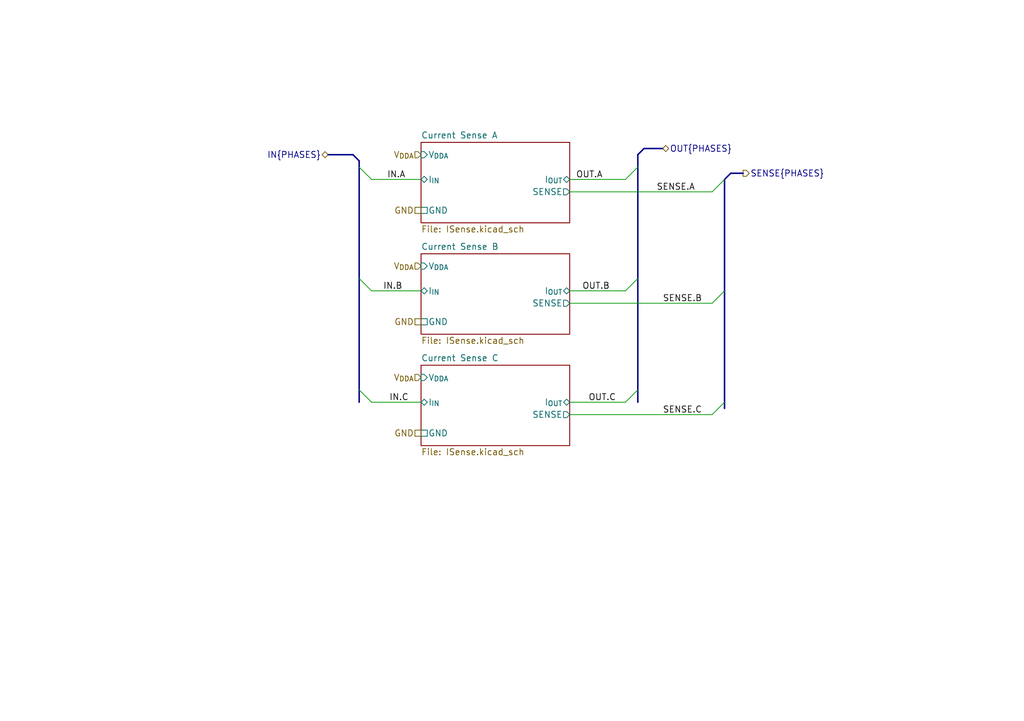
<source format=kicad_sch>
(kicad_sch
	(version 20231120)
	(generator "eeschema")
	(generator_version "8.0")
	(uuid "ecd483e2-aa75-417f-af6d-954c59ff5bc0")
	(paper "A5")
	(title_block
		(title "Phase Current Sensors")
		(date "2024-05-19")
		(rev "1")
		(company "Crab Labs")
		(comment 1 "Author: Orion Serup")
		(comment 2 "License: CERN-OHL-W-2.0")
	)
	(lib_symbols)
	(bus_entry
		(at 130.81 80.01)
		(size -2.54 2.54)
		(stroke
			(width 0)
			(type default)
		)
		(uuid "17d7373e-d390-47b7-8745-5647169ad71d")
	)
	(bus_entry
		(at 146.05 85.09)
		(size 2.54 -2.54)
		(stroke
			(width 0)
			(type default)
		)
		(uuid "23ff645d-97a7-451b-8d20-282adb792e71")
	)
	(bus_entry
		(at 148.59 36.83)
		(size -2.54 2.54)
		(stroke
			(width 0)
			(type default)
		)
		(uuid "296f538d-d268-4e21-90b3-e477d7ef9ecb")
	)
	(bus_entry
		(at 130.81 57.15)
		(size -2.54 2.54)
		(stroke
			(width 0)
			(type default)
		)
		(uuid "3a445063-5dfa-42cc-9e4c-dd3dd486ad81")
	)
	(bus_entry
		(at 146.05 62.23)
		(size 2.54 -2.54)
		(stroke
			(width 0)
			(type default)
		)
		(uuid "48eb9975-afb1-47d2-839b-31cff4bf3064")
	)
	(bus_entry
		(at 73.66 80.01)
		(size 2.54 2.54)
		(stroke
			(width 0)
			(type default)
		)
		(uuid "98d86763-47f3-4ee0-b4a2-8487668cadab")
	)
	(bus_entry
		(at 130.81 34.29)
		(size -2.54 2.54)
		(stroke
			(width 0)
			(type default)
		)
		(uuid "a72bba20-7229-40bd-9225-cefa693be019")
	)
	(bus_entry
		(at 73.66 34.29)
		(size 2.54 2.54)
		(stroke
			(width 0)
			(type default)
		)
		(uuid "c53beae3-ac92-4a42-92d8-8b7f3ca65d30")
	)
	(bus_entry
		(at 73.66 57.15)
		(size 2.54 2.54)
		(stroke
			(width 0)
			(type default)
		)
		(uuid "eac6a509-c3b3-49b8-a016-bbc2ec13d57e")
	)
	(bus
		(pts
			(xy 152.4 35.56) (xy 149.86 35.56)
		)
		(stroke
			(width 0)
			(type default)
		)
		(uuid "037ccbae-431a-4bdb-b5ce-b22a6b8fc18a")
	)
	(wire
		(pts
			(xy 76.2 82.55) (xy 86.36 82.55)
		)
		(stroke
			(width 0)
			(type default)
		)
		(uuid "08c169a5-afce-4903-980c-e407ccb35bdf")
	)
	(bus
		(pts
			(xy 148.59 82.55) (xy 148.59 83.82)
		)
		(stroke
			(width 0)
			(type default)
		)
		(uuid "09345ab3-dc74-4b07-bb50-eba15d6ac816")
	)
	(bus
		(pts
			(xy 132.08 30.48) (xy 130.81 31.75)
		)
		(stroke
			(width 0)
			(type default)
		)
		(uuid "1a6585db-0863-471c-849f-005884129d05")
	)
	(bus
		(pts
			(xy 130.81 34.29) (xy 130.81 57.15)
		)
		(stroke
			(width 0)
			(type default)
		)
		(uuid "3dab855a-d772-452a-a446-daf276052d88")
	)
	(bus
		(pts
			(xy 135.89 30.48) (xy 132.08 30.48)
		)
		(stroke
			(width 0)
			(type default)
		)
		(uuid "599e6f68-2da8-4afc-a163-7be8aa858e01")
	)
	(bus
		(pts
			(xy 149.86 35.56) (xy 148.59 36.83)
		)
		(stroke
			(width 0)
			(type default)
		)
		(uuid "6bcd47fc-cc96-4614-adff-71a093d1cfed")
	)
	(bus
		(pts
			(xy 73.66 33.02) (xy 73.66 34.29)
		)
		(stroke
			(width 0)
			(type default)
		)
		(uuid "74e3a895-6d51-4479-8212-44235d4e298c")
	)
	(wire
		(pts
			(xy 116.84 85.09) (xy 146.05 85.09)
		)
		(stroke
			(width 0)
			(type default)
		)
		(uuid "7984fe88-2b81-4a64-ab18-4c27024818e5")
	)
	(bus
		(pts
			(xy 148.59 36.83) (xy 148.59 59.69)
		)
		(stroke
			(width 0)
			(type default)
		)
		(uuid "8746fdb3-30f2-4150-b610-5f586fffdb97")
	)
	(bus
		(pts
			(xy 130.81 31.75) (xy 130.81 34.29)
		)
		(stroke
			(width 0)
			(type default)
		)
		(uuid "90594c6f-f62e-4ae6-89e2-60158888d696")
	)
	(wire
		(pts
			(xy 76.2 36.83) (xy 86.36 36.83)
		)
		(stroke
			(width 0)
			(type default)
		)
		(uuid "91c083f1-cb1d-4134-914f-1841975128b8")
	)
	(wire
		(pts
			(xy 116.84 39.37) (xy 146.05 39.37)
		)
		(stroke
			(width 0)
			(type default)
		)
		(uuid "9c40d5dc-4d38-46ff-836c-73f69c73488e")
	)
	(wire
		(pts
			(xy 116.84 36.83) (xy 128.27 36.83)
		)
		(stroke
			(width 0)
			(type default)
		)
		(uuid "a4c8042e-2ffd-43be-845e-bf7016734d7e")
	)
	(bus
		(pts
			(xy 130.81 57.15) (xy 130.81 80.01)
		)
		(stroke
			(width 0)
			(type default)
		)
		(uuid "ac72d848-25fe-4d57-8972-f6385b85fb93")
	)
	(bus
		(pts
			(xy 73.66 57.15) (xy 73.66 80.01)
		)
		(stroke
			(width 0)
			(type default)
		)
		(uuid "bae444d8-27cb-48e4-9208-b1dcc2ab4420")
	)
	(bus
		(pts
			(xy 73.66 80.01) (xy 73.66 82.55)
		)
		(stroke
			(width 0)
			(type default)
		)
		(uuid "c7e8187e-483b-431e-89d7-4a6ecf4050cf")
	)
	(bus
		(pts
			(xy 73.66 34.29) (xy 73.66 57.15)
		)
		(stroke
			(width 0)
			(type default)
		)
		(uuid "c810ffb2-8ade-42ff-b2e2-3b33536cb419")
	)
	(wire
		(pts
			(xy 116.84 82.55) (xy 128.27 82.55)
		)
		(stroke
			(width 0)
			(type default)
		)
		(uuid "d29e071d-2263-42d4-8cd7-a3d4be0a1b36")
	)
	(bus
		(pts
			(xy 148.59 59.69) (xy 148.59 82.55)
		)
		(stroke
			(width 0)
			(type default)
		)
		(uuid "d41a1c2b-8ab3-49b9-ad2b-edf7caf29aef")
	)
	(wire
		(pts
			(xy 116.84 62.23) (xy 146.05 62.23)
		)
		(stroke
			(width 0)
			(type default)
		)
		(uuid "e01b585a-dd57-48b7-b36c-93f9ee7d04d0")
	)
	(bus
		(pts
			(xy 130.81 80.01) (xy 130.81 82.55)
		)
		(stroke
			(width 0)
			(type default)
		)
		(uuid "e6640350-818e-490a-8f15-e630547d295c")
	)
	(wire
		(pts
			(xy 76.2 59.69) (xy 86.36 59.69)
		)
		(stroke
			(width 0)
			(type default)
		)
		(uuid "ef1e574d-1f02-4fca-9f61-620fd9489896")
	)
	(bus
		(pts
			(xy 72.39 31.75) (xy 73.66 33.02)
		)
		(stroke
			(width 0)
			(type default)
		)
		(uuid "f0bf9f69-fe90-48d3-affc-42cbdb00b6e1")
	)
	(bus
		(pts
			(xy 67.31 31.75) (xy 72.39 31.75)
		)
		(stroke
			(width 0)
			(type default)
		)
		(uuid "fc18426a-6326-4250-80e5-6cba10d5559d")
	)
	(wire
		(pts
			(xy 116.84 59.69) (xy 128.27 59.69)
		)
		(stroke
			(width 0)
			(type default)
		)
		(uuid "fd866398-d094-4d0d-bd9b-32e6bbf0afb6")
	)
	(label "IN.C"
		(at 83.82 82.55 180)
		(fields_autoplaced yes)
		(effects
			(font
				(size 1.27 1.27)
			)
			(justify right bottom)
		)
		(uuid "3d0d6e72-3b59-4ae4-bda9-62b959b33b20")
	)
	(label "OUT.A"
		(at 118.11 36.83 0)
		(fields_autoplaced yes)
		(effects
			(font
				(size 1.27 1.27)
			)
			(justify left bottom)
		)
		(uuid "7690584b-e94e-4b22-ac98-97ec5ce7ffaf")
	)
	(label "IN.A"
		(at 83.185 36.83 180)
		(fields_autoplaced yes)
		(effects
			(font
				(size 1.27 1.27)
			)
			(justify right bottom)
		)
		(uuid "8bad69f9-0e4f-4042-9dd7-785e8ab7ba38")
	)
	(label "OUT.C"
		(at 120.65 82.55 0)
		(fields_autoplaced yes)
		(effects
			(font
				(size 1.27 1.27)
			)
			(justify left bottom)
		)
		(uuid "975e3cff-747f-496a-9017-5c271b6a2570")
	)
	(label "IN.B"
		(at 82.55 59.69 180)
		(fields_autoplaced yes)
		(effects
			(font
				(size 1.27 1.27)
			)
			(justify right bottom)
		)
		(uuid "9dd4bc7a-1f90-4fb6-a925-1571a364c0fe")
	)
	(label "SENSE.B"
		(at 135.89 62.23 0)
		(fields_autoplaced yes)
		(effects
			(font
				(size 1.27 1.27)
			)
			(justify left bottom)
		)
		(uuid "a7d245b5-4d36-4714-8e7b-ba338991de04")
	)
	(label "SENSE.C"
		(at 135.89 85.09 0)
		(fields_autoplaced yes)
		(effects
			(font
				(size 1.27 1.27)
			)
			(justify left bottom)
		)
		(uuid "bbd7dc2a-77d1-44f2-9e19-35093ccbe90a")
	)
	(label "OUT.B"
		(at 119.38 59.69 0)
		(fields_autoplaced yes)
		(effects
			(font
				(size 1.27 1.27)
			)
			(justify left bottom)
		)
		(uuid "bd480077-5a36-47af-ba30-9559db6e214e")
	)
	(label "SENSE.A"
		(at 134.62 39.37 0)
		(fields_autoplaced yes)
		(effects
			(font
				(size 1.27 1.27)
			)
			(justify left bottom)
		)
		(uuid "cd766568-07eb-4791-bb65-73770a370275")
	)
	(hierarchical_label "GND"
		(shape passive)
		(at 86.36 66.04 180)
		(fields_autoplaced yes)
		(effects
			(font
				(size 1.27 1.27)
			)
			(justify right)
		)
		(uuid "1b029719-5265-4783-bb1f-b0c4f8e71ba9")
	)
	(hierarchical_label "OUT{PHASES}"
		(shape bidirectional)
		(at 135.89 30.48 0)
		(fields_autoplaced yes)
		(effects
			(font
				(size 1.27 1.27)
			)
			(justify left)
		)
		(uuid "47c2eca9-f578-4ddf-94c4-8808e32a3d77")
	)
	(hierarchical_label "V_{DDA}"
		(shape input)
		(at 86.36 31.75 180)
		(fields_autoplaced yes)
		(effects
			(font
				(size 1.27 1.27)
			)
			(justify right)
		)
		(uuid "518eb8b6-42f3-4c85-b3fa-54ee378fabe6")
	)
	(hierarchical_label "SENSE{PHASES}"
		(shape output)
		(at 152.4 35.56 0)
		(fields_autoplaced yes)
		(effects
			(font
				(size 1.27 1.27)
			)
			(justify left)
		)
		(uuid "5fabdccd-c2b8-4651-80cf-30c7fb5f3e02")
	)
	(hierarchical_label "V_{DDA}"
		(shape input)
		(at 86.36 77.47 180)
		(fields_autoplaced yes)
		(effects
			(font
				(size 1.27 1.27)
			)
			(justify right)
		)
		(uuid "8210fefd-4639-4a57-9968-043915dc4d31")
	)
	(hierarchical_label "V_{DDA}"
		(shape input)
		(at 86.36 54.61 180)
		(fields_autoplaced yes)
		(effects
			(font
				(size 1.27 1.27)
			)
			(justify right)
		)
		(uuid "a1f76e1c-f1cb-4942-849d-b5aa90608bc4")
	)
	(hierarchical_label "GND"
		(shape passive)
		(at 86.36 88.9 180)
		(fields_autoplaced yes)
		(effects
			(font
				(size 1.27 1.27)
			)
			(justify right)
		)
		(uuid "c65c4900-5348-438f-86bf-e43bbad3e2b4")
	)
	(hierarchical_label "IN{PHASES}"
		(shape bidirectional)
		(at 67.31 31.75 180)
		(fields_autoplaced yes)
		(effects
			(font
				(size 1.27 1.27)
			)
			(justify right)
		)
		(uuid "dcfc1725-9709-46b6-840c-1ded2beb1bf3")
	)
	(hierarchical_label "GND"
		(shape passive)
		(at 86.36 43.18 180)
		(fields_autoplaced yes)
		(effects
			(font
				(size 1.27 1.27)
			)
			(justify right)
		)
		(uuid "f954a88b-5a4a-4129-bc61-20c7f9799659")
	)
	(sheet
		(at 86.36 29.21)
		(size 30.48 16.51)
		(fields_autoplaced yes)
		(stroke
			(width 0.1524)
			(type solid)
		)
		(fill
			(color 0 0 0 0.0000)
		)
		(uuid "333c1edc-8103-4690-800d-12fcc828edaf")
		(property "Sheetname" "Current Sense A"
			(at 86.36 28.4984 0)
			(effects
				(font
					(size 1.27 1.27)
				)
				(justify left bottom)
			)
		)
		(property "Sheetfile" "ISense.kicad_sch"
			(at 86.36 46.3046 0)
			(effects
				(font
					(size 1.27 1.27)
				)
				(justify left top)
			)
		)
		(pin "GND" passive
			(at 86.36 43.18 180)
			(effects
				(font
					(size 1.27 1.27)
				)
				(justify left)
			)
			(uuid "42f55fa4-37e5-479f-8c31-a27579f5b5b6")
		)
		(pin "V_{DDA}" input
			(at 86.36 31.75 180)
			(effects
				(font
					(size 1.27 1.27)
				)
				(justify left)
			)
			(uuid "611f957e-052c-4f6a-94bb-8086d50f4f3d")
		)
		(pin "SENSE" output
			(at 116.84 39.37 0)
			(effects
				(font
					(size 1.27 1.27)
				)
				(justify right)
			)
			(uuid "077babc9-0510-45ab-9a12-fba311579690")
		)
		(pin "I_{OUT}" bidirectional
			(at 116.84 36.83 0)
			(effects
				(font
					(size 1.27 1.27)
				)
				(justify right)
			)
			(uuid "01df359c-f3f8-44b5-a768-a2662f5de8af")
		)
		(pin "I_{IN}" bidirectional
			(at 86.36 36.83 180)
			(effects
				(font
					(size 1.27 1.27)
				)
				(justify left)
			)
			(uuid "fcbbd8fd-57db-4c79-be61-a02f92e68127")
		)
		(instances
			(project "OpenMD"
				(path "/28611c8e-7644-4a1a-8c07-dc86cafc8f6c/2a00e860-f835-428e-8d60-1f81dad8d039"
					(page "16")
				)
			)
		)
	)
	(sheet
		(at 86.36 52.07)
		(size 30.48 16.51)
		(fields_autoplaced yes)
		(stroke
			(width 0.1524)
			(type solid)
		)
		(fill
			(color 0 0 0 0.0000)
		)
		(uuid "7e19f11a-277e-4650-9782-9c7c2d21b0fd")
		(property "Sheetname" "Current Sense B"
			(at 86.36 51.3584 0)
			(effects
				(font
					(size 1.27 1.27)
				)
				(justify left bottom)
			)
		)
		(property "Sheetfile" "ISense.kicad_sch"
			(at 86.36 69.1646 0)
			(effects
				(font
					(size 1.27 1.27)
				)
				(justify left top)
			)
		)
		(pin "GND" passive
			(at 86.36 66.04 180)
			(effects
				(font
					(size 1.27 1.27)
				)
				(justify left)
			)
			(uuid "9cd18c40-7b30-401a-ba64-1c9ba22ae9e8")
		)
		(pin "V_{DDA}" input
			(at 86.36 54.61 180)
			(effects
				(font
					(size 1.27 1.27)
				)
				(justify left)
			)
			(uuid "2e0030a2-8b3f-4aa0-b5f4-8e255df704ac")
		)
		(pin "SENSE" output
			(at 116.84 62.23 0)
			(effects
				(font
					(size 1.27 1.27)
				)
				(justify right)
			)
			(uuid "ccb7ef4b-160f-43cf-96bf-9ffc7c5efbca")
		)
		(pin "I_{OUT}" bidirectional
			(at 116.84 59.69 0)
			(effects
				(font
					(size 1.27 1.27)
				)
				(justify right)
			)
			(uuid "6c640e95-6c90-40c2-a687-8139b10b0d45")
		)
		(pin "I_{IN}" bidirectional
			(at 86.36 59.69 180)
			(effects
				(font
					(size 1.27 1.27)
				)
				(justify left)
			)
			(uuid "4375a48a-e4b6-46c7-af5e-012f56b5d132")
		)
		(instances
			(project "OpenMD"
				(path "/28611c8e-7644-4a1a-8c07-dc86cafc8f6c/2a00e860-f835-428e-8d60-1f81dad8d039"
					(page "17")
				)
			)
		)
	)
	(sheet
		(at 86.36 74.93)
		(size 30.48 16.51)
		(fields_autoplaced yes)
		(stroke
			(width 0.1524)
			(type solid)
		)
		(fill
			(color 0 0 0 0.0000)
		)
		(uuid "c7f7d708-2dea-4049-a8c4-f9d7592eff53")
		(property "Sheetname" "Current Sense C"
			(at 86.36 74.2184 0)
			(effects
				(font
					(size 1.27 1.27)
				)
				(justify left bottom)
			)
		)
		(property "Sheetfile" "ISense.kicad_sch"
			(at 86.36 92.0246 0)
			(effects
				(font
					(size 1.27 1.27)
				)
				(justify left top)
			)
		)
		(pin "GND" passive
			(at 86.36 88.9 180)
			(effects
				(font
					(size 1.27 1.27)
				)
				(justify left)
			)
			(uuid "3cfdcb13-1f66-4417-ae75-9f15ddad0a86")
		)
		(pin "V_{DDA}" input
			(at 86.36 77.47 180)
			(effects
				(font
					(size 1.27 1.27)
				)
				(justify left)
			)
			(uuid "9a05e96c-c41b-4020-b464-3c4a2c425f12")
		)
		(pin "SENSE" output
			(at 116.84 85.09 0)
			(effects
				(font
					(size 1.27 1.27)
				)
				(justify right)
			)
			(uuid "8c98e8db-2953-4276-b6ec-3c5a2d630fa1")
		)
		(pin "I_{OUT}" bidirectional
			(at 116.84 82.55 0)
			(effects
				(font
					(size 1.27 1.27)
				)
				(justify right)
			)
			(uuid "143abd0e-9796-4b6f-b7aa-818de5993569")
		)
		(pin "I_{IN}" bidirectional
			(at 86.36 82.55 180)
			(effects
				(font
					(size 1.27 1.27)
				)
				(justify left)
			)
			(uuid "4f11a0db-a341-4595-9de7-347081bc0f1f")
		)
		(instances
			(project "OpenMD"
				(path "/28611c8e-7644-4a1a-8c07-dc86cafc8f6c/2a00e860-f835-428e-8d60-1f81dad8d039"
					(page "18")
				)
			)
		)
	)
)

</source>
